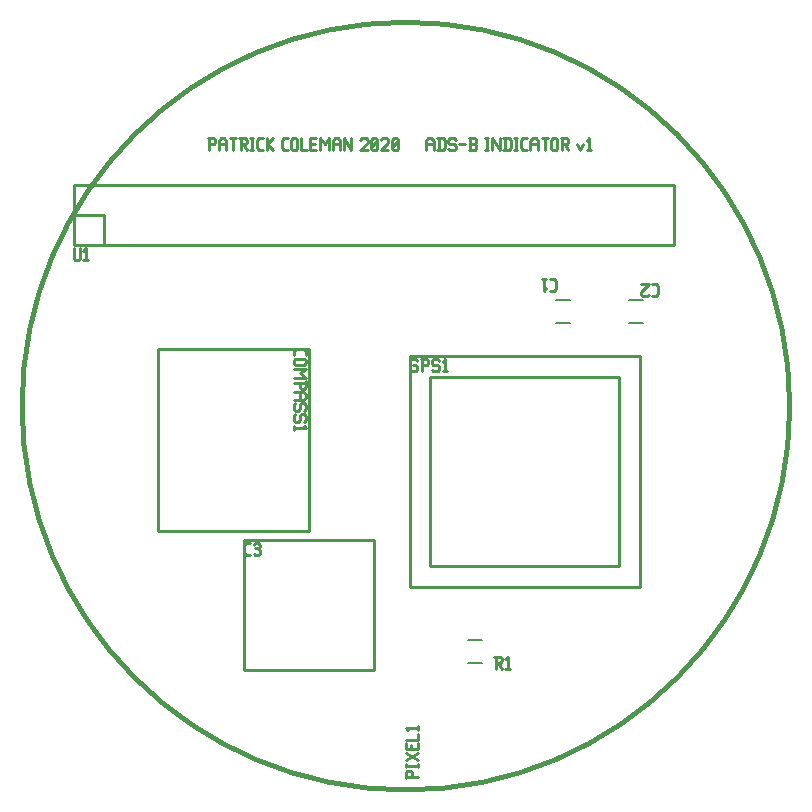
<source format=gbr>
G04 start of page 13 for group -4079 idx -4079 *
G04 Title: (unknown), topsilk *
G04 Creator: pcb 4.2.0 *
G04 CreationDate: Wed Dec  4 15:10:37 2019 UTC *
G04 For: blinken *
G04 Format: Gerber/RS-274X *
G04 PCB-Dimensions (mil): 2755.91 2755.91 *
G04 PCB-Coordinate-Origin: lower left *
%MOIN*%
%FSLAX25Y25*%
%LNTOPSILK*%
%ADD112C,0.0179*%
%ADD111C,0.0080*%
%ADD110C,0.0100*%
G54D110*X73240Y232315D02*Y228315D01*
X72740Y232315D02*X74740D01*
X75240Y231815D01*
Y230815D01*
X74740Y230315D02*X75240Y230815D01*
X73240Y230315D02*X74740D01*
X76440Y231315D02*Y228315D01*
Y231315D02*X77140Y232315D01*
X78240D01*
X78940Y231315D01*
Y228315D01*
X76440Y230315D02*X78940D01*
X80140Y232315D02*X82140D01*
X81140D02*Y228315D01*
X83340Y232315D02*X85340D01*
X85840Y231815D01*
Y230815D01*
X85340Y230315D02*X85840Y230815D01*
X83840Y230315D02*X85340D01*
X83840Y232315D02*Y228315D01*
X84640Y230315D02*X85840Y228315D01*
X87040Y232315D02*X88040D01*
X87540D02*Y228315D01*
X87040D02*X88040D01*
X89940D02*X91240D01*
X89240Y229015D02*X89940Y228315D01*
X89240Y231615D02*Y229015D01*
Y231615D02*X89940Y232315D01*
X91240D01*
X92440D02*Y228315D01*
Y230315D02*X94440Y232315D01*
X92440Y230315D02*X94440Y228315D01*
X98140D02*X99440D01*
X97440Y229015D02*X98140Y228315D01*
X97440Y231615D02*Y229015D01*
Y231615D02*X98140Y232315D01*
X99440D01*
X100640Y231815D02*Y228815D01*
Y231815D02*X101140Y232315D01*
X102140D01*
X102640Y231815D01*
Y228815D01*
X102140Y228315D02*X102640Y228815D01*
X101140Y228315D02*X102140D01*
X100640Y228815D02*X101140Y228315D01*
X103840Y232315D02*Y228315D01*
X105840D01*
X107040Y230515D02*X108540D01*
X107040Y228315D02*X109040D01*
X107040Y232315D02*Y228315D01*
Y232315D02*X109040D01*
X110240D02*Y228315D01*
Y232315D02*X111740Y230315D01*
X113240Y232315D01*
Y228315D01*
X114440Y231315D02*Y228315D01*
Y231315D02*X115140Y232315D01*
X116240D01*
X116940Y231315D01*
Y228315D01*
X114440Y230315D02*X116940D01*
X118140Y232315D02*Y228315D01*
Y232315D02*X120640Y228315D01*
Y232315D02*Y228315D01*
X123640Y231815D02*X124140Y232315D01*
X125640D01*
X126140Y231815D01*
Y230815D01*
X123640Y228315D02*X126140Y230815D01*
X123640Y228315D02*X126140D01*
X127340Y228815D02*X127840Y228315D01*
X127340Y231815D02*Y228815D01*
Y231815D02*X127840Y232315D01*
X128840D01*
X129340Y231815D01*
Y228815D01*
X128840Y228315D02*X129340Y228815D01*
X127840Y228315D02*X128840D01*
X127340Y229315D02*X129340Y231315D01*
X130540Y231815D02*X131040Y232315D01*
X132540D01*
X133040Y231815D01*
Y230815D01*
X130540Y228315D02*X133040Y230815D01*
X130540Y228315D02*X133040D01*
X134240Y228815D02*X134740Y228315D01*
X134240Y231815D02*Y228815D01*
Y231815D02*X134740Y232315D01*
X135740D01*
X136240Y231815D01*
Y228815D01*
X135740Y228315D02*X136240Y228815D01*
X134740Y228315D02*X135740D01*
X134240Y229315D02*X136240Y231315D01*
X145575Y231346D02*Y228346D01*
Y231346D02*X146275Y232346D01*
X147375D01*
X148075Y231346D01*
Y228346D01*
X145575Y230346D02*X148075D01*
X149775Y232346D02*Y228346D01*
X151075Y232346D02*X151775Y231646D01*
Y229046D01*
X151075Y228346D02*X151775Y229046D01*
X149275Y228346D02*X151075D01*
X149275Y232346D02*X151075D01*
X154975D02*X155475Y231846D01*
X153475Y232346D02*X154975D01*
X152975Y231846D02*X153475Y232346D01*
X152975Y231846D02*Y230846D01*
X153475Y230346D01*
X154975D01*
X155475Y229846D01*
Y228846D01*
X154975Y228346D02*X155475Y228846D01*
X153475Y228346D02*X154975D01*
X152975Y228846D02*X153475Y228346D01*
X156675Y230346D02*X158675D01*
X159875Y228346D02*X161875D01*
X162375Y228846D01*
Y230046D02*Y228846D01*
X161875Y230546D02*X162375Y230046D01*
X160375Y230546D02*X161875D01*
X160375Y232346D02*Y228346D01*
X159875Y232346D02*X161875D01*
X162375Y231846D01*
Y231046D01*
X161875Y230546D02*X162375Y231046D01*
X165375Y232346D02*X166375D01*
X165875D02*Y228346D01*
X165375D02*X166375D01*
X167575Y232346D02*Y228346D01*
Y232346D02*X170075Y228346D01*
Y232346D02*Y228346D01*
X171775Y232346D02*Y228346D01*
X173075Y232346D02*X173775Y231646D01*
Y229046D01*
X173075Y228346D02*X173775Y229046D01*
X171275Y228346D02*X173075D01*
X171275Y232346D02*X173075D01*
X174975D02*X175975D01*
X175475D02*Y228346D01*
X174975D02*X175975D01*
X177875D02*X179175D01*
X177175Y229046D02*X177875Y228346D01*
X177175Y231646D02*Y229046D01*
Y231646D02*X177875Y232346D01*
X179175D01*
X180375Y231346D02*Y228346D01*
Y231346D02*X181075Y232346D01*
X182175D01*
X182875Y231346D01*
Y228346D01*
X180375Y230346D02*X182875D01*
X184075Y232346D02*X186075D01*
X185075D02*Y228346D01*
X187275Y231846D02*Y228846D01*
Y231846D02*X187775Y232346D01*
X188775D01*
X189275Y231846D01*
Y228846D01*
X188775Y228346D02*X189275Y228846D01*
X187775Y228346D02*X188775D01*
X187275Y228846D02*X187775Y228346D01*
X190475Y232346D02*X192475D01*
X192975Y231846D01*
Y230846D01*
X192475Y230346D02*X192975Y230846D01*
X190975Y230346D02*X192475D01*
X190975Y232346D02*Y228346D01*
X191775Y230346D02*X192975Y228346D01*
X195975Y230346D02*X196975Y228346D01*
X197975Y230346D02*X196975Y228346D01*
X199175Y231546D02*X199975Y232346D01*
Y228346D01*
X199175D02*X200675D01*
G54D111*X188898Y170866D02*X193622D01*
X188898Y178346D02*X193622D01*
X159567Y65000D02*X164291D01*
X159567Y57520D02*X164291D01*
G54D112*X138860Y15120D02*G75*G03X266813Y143073I0J127953D01*G01*
Y143073D02*G75*G03X138860Y271026I-127953J0D01*G01*
X138860D02*G75*G03X10907Y143073I0J-127953D01*G01*
Y143073D02*G75*G03X138860Y15120I127953J0D01*G01*
G54D110*X56142Y162008D02*X106535D01*
X56142D02*Y101378D01*
X106535D01*
Y162008D02*Y101378D01*
X146990Y152813D02*X209982D01*
Y89821D01*
X146990D01*
Y152813D01*
X140100Y159703D02*Y82931D01*
X216872D01*
Y159703D01*
X140100D01*
X85033Y98435D02*X128341D01*
Y55128D01*
X85033D01*
Y98435D01*
X28110Y196614D02*X228110D01*
Y216614D02*Y196614D01*
X28110Y216614D02*X228110D01*
X28110D02*Y196614D01*
X38110Y206614D02*Y196614D01*
X28110Y206614D02*X38110D01*
G54D111*X213110Y170866D02*X217834D01*
X213110Y178346D02*X217834D01*
G54D110*X168268Y59512D02*X170268D01*
X170768Y59012D01*
Y58012D01*
X170268Y57512D02*X170768Y58012D01*
X168768Y57512D02*X170268D01*
X168768Y59512D02*Y55512D01*
X169568Y57512D02*X170768Y55512D01*
X171968Y58712D02*X172768Y59512D01*
Y55512D01*
X171968D02*X173468D01*
X28110Y195614D02*Y192114D01*
X28610Y191614D01*
X29610D01*
X30110Y192114D01*
Y195614D02*Y192114D01*
X31310Y194814D02*X32110Y195614D01*
Y191614D01*
X31310D02*X32810D01*
X138876Y19557D02*X142876D01*
X138876Y21057D02*Y19057D01*
Y21057D02*X139376Y21557D01*
X140376D01*
X140876Y21057D02*X140376Y21557D01*
X140876Y21057D02*Y19557D01*
X138876Y23757D02*Y22757D01*
Y23257D02*X142876D01*
Y23757D02*Y22757D01*
Y24957D02*X138876Y27457D01*
Y24957D02*X142876Y27457D01*
X140676Y30157D02*Y28657D01*
X142876Y30657D02*Y28657D01*
X138876D02*X142876D01*
X138876Y30657D02*Y28657D01*
Y31857D02*X142876D01*
Y33857D02*Y31857D01*
X139676Y35057D02*X138876Y35857D01*
X142876D01*
Y36557D02*Y35057D01*
X101535Y161308D02*Y160008D01*
X102235Y162008D02*X101535Y161308D01*
X102235Y162008D02*X104835D01*
X105535Y161308D01*
Y160008D01*
X102035Y158808D02*X105035D01*
X105535Y158308D01*
Y157308D01*
X105035Y156808D01*
X102035D02*X105035D01*
X101535Y157308D02*X102035Y156808D01*
X101535Y158308D02*Y157308D01*
X102035Y158808D02*X101535Y158308D01*
Y155608D02*X105535D01*
X103535Y154108D01*
X105535Y152608D01*
X101535D02*X105535D01*
X101535Y150908D02*X105535D01*
Y151408D02*Y149408D01*
X105035Y148908D01*
X104035D02*X105035D01*
X103535Y149408D02*X104035Y148908D01*
X103535Y150908D02*Y149408D01*
X101535Y147708D02*X104535D01*
X105535Y147008D01*
Y145908D01*
X104535Y145208D01*
X101535D02*X104535D01*
X103535Y147708D02*Y145208D01*
X105535Y142008D02*X105035Y141508D01*
X105535Y143508D02*Y142008D01*
X105035Y144008D02*X105535Y143508D01*
X104035Y144008D02*X105035D01*
X104035D02*X103535Y143508D01*
Y142008D01*
X103035Y141508D01*
X102035D02*X103035D01*
X101535Y142008D02*X102035Y141508D01*
X101535Y143508D02*Y142008D01*
X102035Y144008D02*X101535Y143508D01*
X105535Y138308D02*X105035Y137808D01*
X105535Y139808D02*Y138308D01*
X105035Y140308D02*X105535Y139808D01*
X104035Y140308D02*X105035D01*
X104035D02*X103535Y139808D01*
Y138308D01*
X103035Y137808D01*
X102035D02*X103035D01*
X101535Y138308D02*X102035Y137808D01*
X101535Y139808D02*Y138308D01*
X102035Y140308D02*X101535Y139808D01*
X104735Y136608D02*X105535Y135808D01*
X101535D02*X105535D01*
X101535Y136608D02*Y135108D01*
X142100Y158703D02*X142600Y158203D01*
X140600Y158703D02*X142100D01*
X140100Y158203D02*X140600Y158703D01*
X140100Y158203D02*Y155203D01*
X140600Y154703D01*
X142100D01*
X142600Y155203D01*
Y156203D02*Y155203D01*
X142100Y156703D02*X142600Y156203D01*
X141100Y156703D02*X142100D01*
X144300Y158703D02*Y154703D01*
X143800Y158703D02*X145800D01*
X146300Y158203D01*
Y157203D01*
X145800Y156703D02*X146300Y157203D01*
X144300Y156703D02*X145800D01*
X149500Y158703D02*X150000Y158203D01*
X148000Y158703D02*X149500D01*
X147500Y158203D02*X148000Y158703D01*
X147500Y158203D02*Y157203D01*
X148000Y156703D01*
X149500D01*
X150000Y156203D01*
Y155203D01*
X149500Y154703D02*X150000Y155203D01*
X148000Y154703D02*X149500D01*
X147500Y155203D02*X148000Y154703D01*
X151200Y157903D02*X152000Y158703D01*
Y154703D01*
X151200D02*X152700D01*
X85733Y93435D02*X87033D01*
X85033Y94135D02*X85733Y93435D01*
X85033Y96735D02*Y94135D01*
Y96735D02*X85733Y97435D01*
X87033D01*
X88233Y96935D02*X88733Y97435D01*
X89733D01*
X90233Y96935D01*
X89733Y93435D02*X90233Y93935D01*
X88733Y93435D02*X89733D01*
X88233Y93935D02*X88733Y93435D01*
Y95635D02*X89733D01*
X90233Y96935D02*Y96135D01*
Y95135D02*Y93935D01*
Y95135D02*X89733Y95635D01*
X90233Y96135D02*X89733Y95635D01*
X186819Y185512D02*X188119D01*
X188819Y184812D02*X188119Y185512D01*
X188819Y184812D02*Y182212D01*
X188119Y181512D01*
X186819D02*X188119D01*
X185619Y182312D02*X184819Y181512D01*
Y185512D02*Y181512D01*
X184119Y185512D02*X185619D01*
X220953Y183661D02*X222253D01*
X222953Y182961D02*X222253Y183661D01*
X222953Y182961D02*Y180361D01*
X222253Y179661D01*
X220953D02*X222253D01*
X219753Y180161D02*X219253Y179661D01*
X217753D02*X219253D01*
X217753D02*X217253Y180161D01*
Y181161D02*Y180161D01*
X219753Y183661D02*X217253Y181161D01*
Y183661D02*X219753D01*
M02*

</source>
